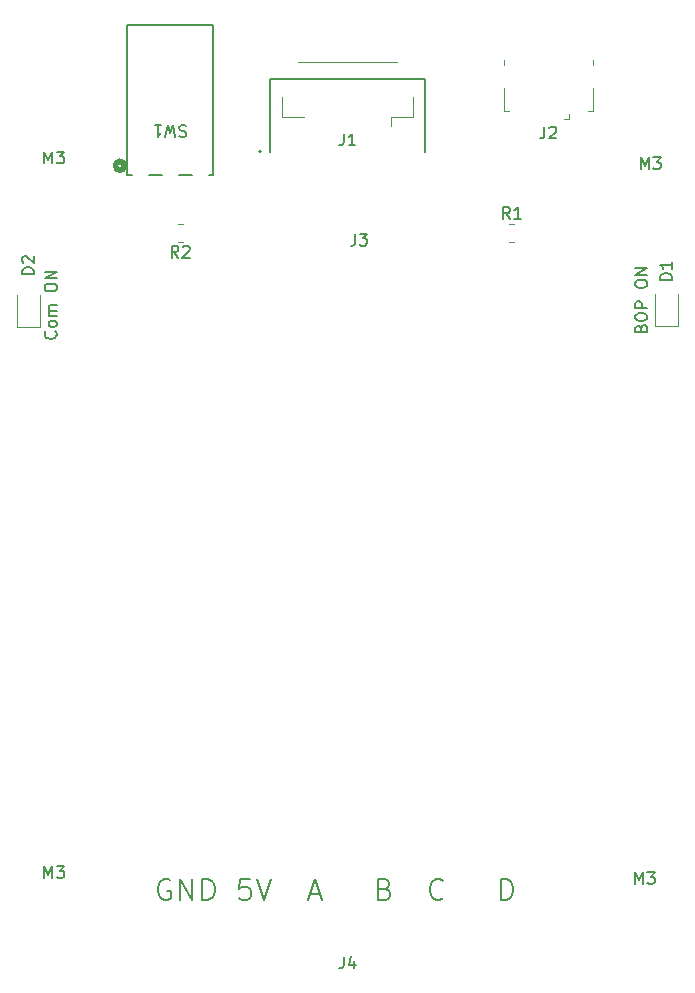
<source format=gbr>
%TF.GenerationSoftware,KiCad,Pcbnew,7.0.7-rc1*%
%TF.CreationDate,2024-03-01T23:28:45-05:00*%
%TF.ProjectId,COMPCBSTATIC,434f4d50-4342-4535-9441-5449432e6b69,rev?*%
%TF.SameCoordinates,Original*%
%TF.FileFunction,Legend,Top*%
%TF.FilePolarity,Positive*%
%FSLAX46Y46*%
G04 Gerber Fmt 4.6, Leading zero omitted, Abs format (unit mm)*
G04 Created by KiCad (PCBNEW 7.0.7-rc1) date 2024-03-01 23:28:45*
%MOMM*%
%LPD*%
G01*
G04 APERTURE LIST*
%ADD10C,0.150000*%
%ADD11C,0.120000*%
%ADD12C,0.127000*%
%ADD13C,0.200000*%
%ADD14C,0.152400*%
%ADD15C,0.508000*%
G04 APERTURE END LIST*
D10*
X76846009Y-80829887D02*
X76893628Y-80687030D01*
X76893628Y-80687030D02*
X76941247Y-80639411D01*
X76941247Y-80639411D02*
X77036485Y-80591792D01*
X77036485Y-80591792D02*
X77179342Y-80591792D01*
X77179342Y-80591792D02*
X77274580Y-80639411D01*
X77274580Y-80639411D02*
X77322200Y-80687030D01*
X77322200Y-80687030D02*
X77369819Y-80782268D01*
X77369819Y-80782268D02*
X77369819Y-81163220D01*
X77369819Y-81163220D02*
X76369819Y-81163220D01*
X76369819Y-81163220D02*
X76369819Y-80829887D01*
X76369819Y-80829887D02*
X76417438Y-80734649D01*
X76417438Y-80734649D02*
X76465057Y-80687030D01*
X76465057Y-80687030D02*
X76560295Y-80639411D01*
X76560295Y-80639411D02*
X76655533Y-80639411D01*
X76655533Y-80639411D02*
X76750771Y-80687030D01*
X76750771Y-80687030D02*
X76798390Y-80734649D01*
X76798390Y-80734649D02*
X76846009Y-80829887D01*
X76846009Y-80829887D02*
X76846009Y-81163220D01*
X76369819Y-79972744D02*
X76369819Y-79782268D01*
X76369819Y-79782268D02*
X76417438Y-79687030D01*
X76417438Y-79687030D02*
X76512676Y-79591792D01*
X76512676Y-79591792D02*
X76703152Y-79544173D01*
X76703152Y-79544173D02*
X77036485Y-79544173D01*
X77036485Y-79544173D02*
X77226961Y-79591792D01*
X77226961Y-79591792D02*
X77322200Y-79687030D01*
X77322200Y-79687030D02*
X77369819Y-79782268D01*
X77369819Y-79782268D02*
X77369819Y-79972744D01*
X77369819Y-79972744D02*
X77322200Y-80067982D01*
X77322200Y-80067982D02*
X77226961Y-80163220D01*
X77226961Y-80163220D02*
X77036485Y-80210839D01*
X77036485Y-80210839D02*
X76703152Y-80210839D01*
X76703152Y-80210839D02*
X76512676Y-80163220D01*
X76512676Y-80163220D02*
X76417438Y-80067982D01*
X76417438Y-80067982D02*
X76369819Y-79972744D01*
X77369819Y-79115601D02*
X76369819Y-79115601D01*
X76369819Y-79115601D02*
X76369819Y-78734649D01*
X76369819Y-78734649D02*
X76417438Y-78639411D01*
X76417438Y-78639411D02*
X76465057Y-78591792D01*
X76465057Y-78591792D02*
X76560295Y-78544173D01*
X76560295Y-78544173D02*
X76703152Y-78544173D01*
X76703152Y-78544173D02*
X76798390Y-78591792D01*
X76798390Y-78591792D02*
X76846009Y-78639411D01*
X76846009Y-78639411D02*
X76893628Y-78734649D01*
X76893628Y-78734649D02*
X76893628Y-79115601D01*
X76369819Y-77163220D02*
X76369819Y-76972744D01*
X76369819Y-76972744D02*
X76417438Y-76877506D01*
X76417438Y-76877506D02*
X76512676Y-76782268D01*
X76512676Y-76782268D02*
X76703152Y-76734649D01*
X76703152Y-76734649D02*
X77036485Y-76734649D01*
X77036485Y-76734649D02*
X77226961Y-76782268D01*
X77226961Y-76782268D02*
X77322200Y-76877506D01*
X77322200Y-76877506D02*
X77369819Y-76972744D01*
X77369819Y-76972744D02*
X77369819Y-77163220D01*
X77369819Y-77163220D02*
X77322200Y-77258458D01*
X77322200Y-77258458D02*
X77226961Y-77353696D01*
X77226961Y-77353696D02*
X77036485Y-77401315D01*
X77036485Y-77401315D02*
X76703152Y-77401315D01*
X76703152Y-77401315D02*
X76512676Y-77353696D01*
X76512676Y-77353696D02*
X76417438Y-77258458D01*
X76417438Y-77258458D02*
X76369819Y-77163220D01*
X77369819Y-76306077D02*
X76369819Y-76306077D01*
X76369819Y-76306077D02*
X77369819Y-75734649D01*
X77369819Y-75734649D02*
X76369819Y-75734649D01*
X26336779Y-66869819D02*
X26336779Y-65869819D01*
X26336779Y-65869819D02*
X26670112Y-66584104D01*
X26670112Y-66584104D02*
X27003445Y-65869819D01*
X27003445Y-65869819D02*
X27003445Y-66869819D01*
X27384398Y-65869819D02*
X28003445Y-65869819D01*
X28003445Y-65869819D02*
X27670112Y-66250771D01*
X27670112Y-66250771D02*
X27812969Y-66250771D01*
X27812969Y-66250771D02*
X27908207Y-66298390D01*
X27908207Y-66298390D02*
X27955826Y-66346009D01*
X27955826Y-66346009D02*
X28003445Y-66441247D01*
X28003445Y-66441247D02*
X28003445Y-66679342D01*
X28003445Y-66679342D02*
X27955826Y-66774580D01*
X27955826Y-66774580D02*
X27908207Y-66822200D01*
X27908207Y-66822200D02*
X27812969Y-66869819D01*
X27812969Y-66869819D02*
X27527255Y-66869819D01*
X27527255Y-66869819D02*
X27432017Y-66822200D01*
X27432017Y-66822200D02*
X27384398Y-66774580D01*
X27274580Y-81091792D02*
X27322200Y-81139411D01*
X27322200Y-81139411D02*
X27369819Y-81282268D01*
X27369819Y-81282268D02*
X27369819Y-81377506D01*
X27369819Y-81377506D02*
X27322200Y-81520363D01*
X27322200Y-81520363D02*
X27226961Y-81615601D01*
X27226961Y-81615601D02*
X27131723Y-81663220D01*
X27131723Y-81663220D02*
X26941247Y-81710839D01*
X26941247Y-81710839D02*
X26798390Y-81710839D01*
X26798390Y-81710839D02*
X26607914Y-81663220D01*
X26607914Y-81663220D02*
X26512676Y-81615601D01*
X26512676Y-81615601D02*
X26417438Y-81520363D01*
X26417438Y-81520363D02*
X26369819Y-81377506D01*
X26369819Y-81377506D02*
X26369819Y-81282268D01*
X26369819Y-81282268D02*
X26417438Y-81139411D01*
X26417438Y-81139411D02*
X26465057Y-81091792D01*
X27369819Y-80520363D02*
X27322200Y-80615601D01*
X27322200Y-80615601D02*
X27274580Y-80663220D01*
X27274580Y-80663220D02*
X27179342Y-80710839D01*
X27179342Y-80710839D02*
X26893628Y-80710839D01*
X26893628Y-80710839D02*
X26798390Y-80663220D01*
X26798390Y-80663220D02*
X26750771Y-80615601D01*
X26750771Y-80615601D02*
X26703152Y-80520363D01*
X26703152Y-80520363D02*
X26703152Y-80377506D01*
X26703152Y-80377506D02*
X26750771Y-80282268D01*
X26750771Y-80282268D02*
X26798390Y-80234649D01*
X26798390Y-80234649D02*
X26893628Y-80187030D01*
X26893628Y-80187030D02*
X27179342Y-80187030D01*
X27179342Y-80187030D02*
X27274580Y-80234649D01*
X27274580Y-80234649D02*
X27322200Y-80282268D01*
X27322200Y-80282268D02*
X27369819Y-80377506D01*
X27369819Y-80377506D02*
X27369819Y-80520363D01*
X27369819Y-79758458D02*
X26703152Y-79758458D01*
X26798390Y-79758458D02*
X26750771Y-79710839D01*
X26750771Y-79710839D02*
X26703152Y-79615601D01*
X26703152Y-79615601D02*
X26703152Y-79472744D01*
X26703152Y-79472744D02*
X26750771Y-79377506D01*
X26750771Y-79377506D02*
X26846009Y-79329887D01*
X26846009Y-79329887D02*
X27369819Y-79329887D01*
X26846009Y-79329887D02*
X26750771Y-79282268D01*
X26750771Y-79282268D02*
X26703152Y-79187030D01*
X26703152Y-79187030D02*
X26703152Y-79044173D01*
X26703152Y-79044173D02*
X26750771Y-78948934D01*
X26750771Y-78948934D02*
X26846009Y-78901315D01*
X26846009Y-78901315D02*
X27369819Y-78901315D01*
X26369819Y-77472744D02*
X26369819Y-77282268D01*
X26369819Y-77282268D02*
X26417438Y-77187030D01*
X26417438Y-77187030D02*
X26512676Y-77091792D01*
X26512676Y-77091792D02*
X26703152Y-77044173D01*
X26703152Y-77044173D02*
X27036485Y-77044173D01*
X27036485Y-77044173D02*
X27226961Y-77091792D01*
X27226961Y-77091792D02*
X27322200Y-77187030D01*
X27322200Y-77187030D02*
X27369819Y-77282268D01*
X27369819Y-77282268D02*
X27369819Y-77472744D01*
X27369819Y-77472744D02*
X27322200Y-77567982D01*
X27322200Y-77567982D02*
X27226961Y-77663220D01*
X27226961Y-77663220D02*
X27036485Y-77710839D01*
X27036485Y-77710839D02*
X26703152Y-77710839D01*
X26703152Y-77710839D02*
X26512676Y-77663220D01*
X26512676Y-77663220D02*
X26417438Y-77567982D01*
X26417438Y-77567982D02*
X26369819Y-77472744D01*
X27369819Y-76615601D02*
X26369819Y-76615601D01*
X26369819Y-76615601D02*
X27369819Y-76044173D01*
X27369819Y-76044173D02*
X26369819Y-76044173D01*
X36970112Y-127557628D02*
X36798684Y-127471914D01*
X36798684Y-127471914D02*
X36541541Y-127471914D01*
X36541541Y-127471914D02*
X36284398Y-127557628D01*
X36284398Y-127557628D02*
X36112969Y-127729057D01*
X36112969Y-127729057D02*
X36027255Y-127900485D01*
X36027255Y-127900485D02*
X35941541Y-128243342D01*
X35941541Y-128243342D02*
X35941541Y-128500485D01*
X35941541Y-128500485D02*
X36027255Y-128843342D01*
X36027255Y-128843342D02*
X36112969Y-129014771D01*
X36112969Y-129014771D02*
X36284398Y-129186200D01*
X36284398Y-129186200D02*
X36541541Y-129271914D01*
X36541541Y-129271914D02*
X36712969Y-129271914D01*
X36712969Y-129271914D02*
X36970112Y-129186200D01*
X36970112Y-129186200D02*
X37055826Y-129100485D01*
X37055826Y-129100485D02*
X37055826Y-128500485D01*
X37055826Y-128500485D02*
X36712969Y-128500485D01*
X37827255Y-129271914D02*
X37827255Y-127471914D01*
X37827255Y-127471914D02*
X38855826Y-129271914D01*
X38855826Y-129271914D02*
X38855826Y-127471914D01*
X39712969Y-129271914D02*
X39712969Y-127471914D01*
X39712969Y-127471914D02*
X40141540Y-127471914D01*
X40141540Y-127471914D02*
X40398683Y-127557628D01*
X40398683Y-127557628D02*
X40570112Y-127729057D01*
X40570112Y-127729057D02*
X40655826Y-127900485D01*
X40655826Y-127900485D02*
X40741540Y-128243342D01*
X40741540Y-128243342D02*
X40741540Y-128500485D01*
X40741540Y-128500485D02*
X40655826Y-128843342D01*
X40655826Y-128843342D02*
X40570112Y-129014771D01*
X40570112Y-129014771D02*
X40398683Y-129186200D01*
X40398683Y-129186200D02*
X40141540Y-129271914D01*
X40141540Y-129271914D02*
X39712969Y-129271914D01*
X43741541Y-127471914D02*
X42884398Y-127471914D01*
X42884398Y-127471914D02*
X42798684Y-128329057D01*
X42798684Y-128329057D02*
X42884398Y-128243342D01*
X42884398Y-128243342D02*
X43055827Y-128157628D01*
X43055827Y-128157628D02*
X43484398Y-128157628D01*
X43484398Y-128157628D02*
X43655827Y-128243342D01*
X43655827Y-128243342D02*
X43741541Y-128329057D01*
X43741541Y-128329057D02*
X43827255Y-128500485D01*
X43827255Y-128500485D02*
X43827255Y-128929057D01*
X43827255Y-128929057D02*
X43741541Y-129100485D01*
X43741541Y-129100485D02*
X43655827Y-129186200D01*
X43655827Y-129186200D02*
X43484398Y-129271914D01*
X43484398Y-129271914D02*
X43055827Y-129271914D01*
X43055827Y-129271914D02*
X42884398Y-129186200D01*
X42884398Y-129186200D02*
X42798684Y-129100485D01*
X44341541Y-127471914D02*
X44941541Y-129271914D01*
X44941541Y-129271914D02*
X45541541Y-127471914D01*
X48798685Y-128757628D02*
X49655828Y-128757628D01*
X48627256Y-129271914D02*
X49227256Y-127471914D01*
X49227256Y-127471914D02*
X49827256Y-129271914D01*
X55141543Y-128329057D02*
X55398686Y-128414771D01*
X55398686Y-128414771D02*
X55484400Y-128500485D01*
X55484400Y-128500485D02*
X55570114Y-128671914D01*
X55570114Y-128671914D02*
X55570114Y-128929057D01*
X55570114Y-128929057D02*
X55484400Y-129100485D01*
X55484400Y-129100485D02*
X55398686Y-129186200D01*
X55398686Y-129186200D02*
X55227257Y-129271914D01*
X55227257Y-129271914D02*
X54541543Y-129271914D01*
X54541543Y-129271914D02*
X54541543Y-127471914D01*
X54541543Y-127471914D02*
X55141543Y-127471914D01*
X55141543Y-127471914D02*
X55312972Y-127557628D01*
X55312972Y-127557628D02*
X55398686Y-127643342D01*
X55398686Y-127643342D02*
X55484400Y-127814771D01*
X55484400Y-127814771D02*
X55484400Y-127986200D01*
X55484400Y-127986200D02*
X55398686Y-128157628D01*
X55398686Y-128157628D02*
X55312972Y-128243342D01*
X55312972Y-128243342D02*
X55141543Y-128329057D01*
X55141543Y-128329057D02*
X54541543Y-128329057D01*
X60112972Y-129100485D02*
X60027258Y-129186200D01*
X60027258Y-129186200D02*
X59770115Y-129271914D01*
X59770115Y-129271914D02*
X59598687Y-129271914D01*
X59598687Y-129271914D02*
X59341544Y-129186200D01*
X59341544Y-129186200D02*
X59170115Y-129014771D01*
X59170115Y-129014771D02*
X59084401Y-128843342D01*
X59084401Y-128843342D02*
X58998687Y-128500485D01*
X58998687Y-128500485D02*
X58998687Y-128243342D01*
X58998687Y-128243342D02*
X59084401Y-127900485D01*
X59084401Y-127900485D02*
X59170115Y-127729057D01*
X59170115Y-127729057D02*
X59341544Y-127557628D01*
X59341544Y-127557628D02*
X59598687Y-127471914D01*
X59598687Y-127471914D02*
X59770115Y-127471914D01*
X59770115Y-127471914D02*
X60027258Y-127557628D01*
X60027258Y-127557628D02*
X60112972Y-127643342D01*
X64998688Y-129271914D02*
X64998688Y-127471914D01*
X64998688Y-127471914D02*
X65427259Y-127471914D01*
X65427259Y-127471914D02*
X65684402Y-127557628D01*
X65684402Y-127557628D02*
X65855831Y-127729057D01*
X65855831Y-127729057D02*
X65941545Y-127900485D01*
X65941545Y-127900485D02*
X66027259Y-128243342D01*
X66027259Y-128243342D02*
X66027259Y-128500485D01*
X66027259Y-128500485D02*
X65941545Y-128843342D01*
X65941545Y-128843342D02*
X65855831Y-129014771D01*
X65855831Y-129014771D02*
X65684402Y-129186200D01*
X65684402Y-129186200D02*
X65427259Y-129271914D01*
X65427259Y-129271914D02*
X64998688Y-129271914D01*
X76836779Y-67369819D02*
X76836779Y-66369819D01*
X76836779Y-66369819D02*
X77170112Y-67084104D01*
X77170112Y-67084104D02*
X77503445Y-66369819D01*
X77503445Y-66369819D02*
X77503445Y-67369819D01*
X77884398Y-66369819D02*
X78503445Y-66369819D01*
X78503445Y-66369819D02*
X78170112Y-66750771D01*
X78170112Y-66750771D02*
X78312969Y-66750771D01*
X78312969Y-66750771D02*
X78408207Y-66798390D01*
X78408207Y-66798390D02*
X78455826Y-66846009D01*
X78455826Y-66846009D02*
X78503445Y-66941247D01*
X78503445Y-66941247D02*
X78503445Y-67179342D01*
X78503445Y-67179342D02*
X78455826Y-67274580D01*
X78455826Y-67274580D02*
X78408207Y-67322200D01*
X78408207Y-67322200D02*
X78312969Y-67369819D01*
X78312969Y-67369819D02*
X78027255Y-67369819D01*
X78027255Y-67369819D02*
X77932017Y-67322200D01*
X77932017Y-67322200D02*
X77884398Y-67274580D01*
X26336779Y-127369819D02*
X26336779Y-126369819D01*
X26336779Y-126369819D02*
X26670112Y-127084104D01*
X26670112Y-127084104D02*
X27003445Y-126369819D01*
X27003445Y-126369819D02*
X27003445Y-127369819D01*
X27384398Y-126369819D02*
X28003445Y-126369819D01*
X28003445Y-126369819D02*
X27670112Y-126750771D01*
X27670112Y-126750771D02*
X27812969Y-126750771D01*
X27812969Y-126750771D02*
X27908207Y-126798390D01*
X27908207Y-126798390D02*
X27955826Y-126846009D01*
X27955826Y-126846009D02*
X28003445Y-126941247D01*
X28003445Y-126941247D02*
X28003445Y-127179342D01*
X28003445Y-127179342D02*
X27955826Y-127274580D01*
X27955826Y-127274580D02*
X27908207Y-127322200D01*
X27908207Y-127322200D02*
X27812969Y-127369819D01*
X27812969Y-127369819D02*
X27527255Y-127369819D01*
X27527255Y-127369819D02*
X27432017Y-127322200D01*
X27432017Y-127322200D02*
X27384398Y-127274580D01*
X76336779Y-127869819D02*
X76336779Y-126869819D01*
X76336779Y-126869819D02*
X76670112Y-127584104D01*
X76670112Y-127584104D02*
X77003445Y-126869819D01*
X77003445Y-126869819D02*
X77003445Y-127869819D01*
X77384398Y-126869819D02*
X78003445Y-126869819D01*
X78003445Y-126869819D02*
X77670112Y-127250771D01*
X77670112Y-127250771D02*
X77812969Y-127250771D01*
X77812969Y-127250771D02*
X77908207Y-127298390D01*
X77908207Y-127298390D02*
X77955826Y-127346009D01*
X77955826Y-127346009D02*
X78003445Y-127441247D01*
X78003445Y-127441247D02*
X78003445Y-127679342D01*
X78003445Y-127679342D02*
X77955826Y-127774580D01*
X77955826Y-127774580D02*
X77908207Y-127822200D01*
X77908207Y-127822200D02*
X77812969Y-127869819D01*
X77812969Y-127869819D02*
X77527255Y-127869819D01*
X77527255Y-127869819D02*
X77432017Y-127822200D01*
X77432017Y-127822200D02*
X77384398Y-127774580D01*
X68666666Y-63754819D02*
X68666666Y-64469104D01*
X68666666Y-64469104D02*
X68619047Y-64611961D01*
X68619047Y-64611961D02*
X68523809Y-64707200D01*
X68523809Y-64707200D02*
X68380952Y-64754819D01*
X68380952Y-64754819D02*
X68285714Y-64754819D01*
X69095238Y-63850057D02*
X69142857Y-63802438D01*
X69142857Y-63802438D02*
X69238095Y-63754819D01*
X69238095Y-63754819D02*
X69476190Y-63754819D01*
X69476190Y-63754819D02*
X69571428Y-63802438D01*
X69571428Y-63802438D02*
X69619047Y-63850057D01*
X69619047Y-63850057D02*
X69666666Y-63945295D01*
X69666666Y-63945295D02*
X69666666Y-64040533D01*
X69666666Y-64040533D02*
X69619047Y-64183390D01*
X69619047Y-64183390D02*
X69047619Y-64754819D01*
X69047619Y-64754819D02*
X69666666Y-64754819D01*
X79454819Y-76738094D02*
X78454819Y-76738094D01*
X78454819Y-76738094D02*
X78454819Y-76499999D01*
X78454819Y-76499999D02*
X78502438Y-76357142D01*
X78502438Y-76357142D02*
X78597676Y-76261904D01*
X78597676Y-76261904D02*
X78692914Y-76214285D01*
X78692914Y-76214285D02*
X78883390Y-76166666D01*
X78883390Y-76166666D02*
X79026247Y-76166666D01*
X79026247Y-76166666D02*
X79216723Y-76214285D01*
X79216723Y-76214285D02*
X79311961Y-76261904D01*
X79311961Y-76261904D02*
X79407200Y-76357142D01*
X79407200Y-76357142D02*
X79454819Y-76499999D01*
X79454819Y-76499999D02*
X79454819Y-76738094D01*
X79454819Y-75214285D02*
X79454819Y-75785713D01*
X79454819Y-75499999D02*
X78454819Y-75499999D01*
X78454819Y-75499999D02*
X78597676Y-75595237D01*
X78597676Y-75595237D02*
X78692914Y-75690475D01*
X78692914Y-75690475D02*
X78740533Y-75785713D01*
X51666666Y-134034819D02*
X51666666Y-134749104D01*
X51666666Y-134749104D02*
X51619047Y-134891961D01*
X51619047Y-134891961D02*
X51523809Y-134987200D01*
X51523809Y-134987200D02*
X51380952Y-135034819D01*
X51380952Y-135034819D02*
X51285714Y-135034819D01*
X52571428Y-134368152D02*
X52571428Y-135034819D01*
X52333333Y-133987200D02*
X52095238Y-134701485D01*
X52095238Y-134701485D02*
X52714285Y-134701485D01*
X51666666Y-64354819D02*
X51666666Y-65069104D01*
X51666666Y-65069104D02*
X51619047Y-65211961D01*
X51619047Y-65211961D02*
X51523809Y-65307200D01*
X51523809Y-65307200D02*
X51380952Y-65354819D01*
X51380952Y-65354819D02*
X51285714Y-65354819D01*
X52666666Y-65354819D02*
X52095238Y-65354819D01*
X52380952Y-65354819D02*
X52380952Y-64354819D01*
X52380952Y-64354819D02*
X52285714Y-64497676D01*
X52285714Y-64497676D02*
X52190476Y-64592914D01*
X52190476Y-64592914D02*
X52095238Y-64640533D01*
X37683333Y-74854819D02*
X37350000Y-74378628D01*
X37111905Y-74854819D02*
X37111905Y-73854819D01*
X37111905Y-73854819D02*
X37492857Y-73854819D01*
X37492857Y-73854819D02*
X37588095Y-73902438D01*
X37588095Y-73902438D02*
X37635714Y-73950057D01*
X37635714Y-73950057D02*
X37683333Y-74045295D01*
X37683333Y-74045295D02*
X37683333Y-74188152D01*
X37683333Y-74188152D02*
X37635714Y-74283390D01*
X37635714Y-74283390D02*
X37588095Y-74331009D01*
X37588095Y-74331009D02*
X37492857Y-74378628D01*
X37492857Y-74378628D02*
X37111905Y-74378628D01*
X38064286Y-73950057D02*
X38111905Y-73902438D01*
X38111905Y-73902438D02*
X38207143Y-73854819D01*
X38207143Y-73854819D02*
X38445238Y-73854819D01*
X38445238Y-73854819D02*
X38540476Y-73902438D01*
X38540476Y-73902438D02*
X38588095Y-73950057D01*
X38588095Y-73950057D02*
X38635714Y-74045295D01*
X38635714Y-74045295D02*
X38635714Y-74140533D01*
X38635714Y-74140533D02*
X38588095Y-74283390D01*
X38588095Y-74283390D02*
X38016667Y-74854819D01*
X38016667Y-74854819D02*
X38635714Y-74854819D01*
X25454819Y-76238094D02*
X24454819Y-76238094D01*
X24454819Y-76238094D02*
X24454819Y-75999999D01*
X24454819Y-75999999D02*
X24502438Y-75857142D01*
X24502438Y-75857142D02*
X24597676Y-75761904D01*
X24597676Y-75761904D02*
X24692914Y-75714285D01*
X24692914Y-75714285D02*
X24883390Y-75666666D01*
X24883390Y-75666666D02*
X25026247Y-75666666D01*
X25026247Y-75666666D02*
X25216723Y-75714285D01*
X25216723Y-75714285D02*
X25311961Y-75761904D01*
X25311961Y-75761904D02*
X25407200Y-75857142D01*
X25407200Y-75857142D02*
X25454819Y-75999999D01*
X25454819Y-75999999D02*
X25454819Y-76238094D01*
X24550057Y-75285713D02*
X24502438Y-75238094D01*
X24502438Y-75238094D02*
X24454819Y-75142856D01*
X24454819Y-75142856D02*
X24454819Y-74904761D01*
X24454819Y-74904761D02*
X24502438Y-74809523D01*
X24502438Y-74809523D02*
X24550057Y-74761904D01*
X24550057Y-74761904D02*
X24645295Y-74714285D01*
X24645295Y-74714285D02*
X24740533Y-74714285D01*
X24740533Y-74714285D02*
X24883390Y-74761904D01*
X24883390Y-74761904D02*
X25454819Y-75333332D01*
X25454819Y-75333332D02*
X25454819Y-74714285D01*
X52652416Y-72824819D02*
X52652416Y-73539104D01*
X52652416Y-73539104D02*
X52604797Y-73681961D01*
X52604797Y-73681961D02*
X52509559Y-73777200D01*
X52509559Y-73777200D02*
X52366702Y-73824819D01*
X52366702Y-73824819D02*
X52271464Y-73824819D01*
X53033369Y-72824819D02*
X53652416Y-72824819D01*
X53652416Y-72824819D02*
X53319083Y-73205771D01*
X53319083Y-73205771D02*
X53461940Y-73205771D01*
X53461940Y-73205771D02*
X53557178Y-73253390D01*
X53557178Y-73253390D02*
X53604797Y-73301009D01*
X53604797Y-73301009D02*
X53652416Y-73396247D01*
X53652416Y-73396247D02*
X53652416Y-73634342D01*
X53652416Y-73634342D02*
X53604797Y-73729580D01*
X53604797Y-73729580D02*
X53557178Y-73777200D01*
X53557178Y-73777200D02*
X53461940Y-73824819D01*
X53461940Y-73824819D02*
X53176226Y-73824819D01*
X53176226Y-73824819D02*
X53080988Y-73777200D01*
X53080988Y-73777200D02*
X53033369Y-73729580D01*
X38333332Y-63670800D02*
X38190475Y-63623180D01*
X38190475Y-63623180D02*
X37952380Y-63623180D01*
X37952380Y-63623180D02*
X37857142Y-63670800D01*
X37857142Y-63670800D02*
X37809523Y-63718419D01*
X37809523Y-63718419D02*
X37761904Y-63813657D01*
X37761904Y-63813657D02*
X37761904Y-63908895D01*
X37761904Y-63908895D02*
X37809523Y-64004133D01*
X37809523Y-64004133D02*
X37857142Y-64051752D01*
X37857142Y-64051752D02*
X37952380Y-64099371D01*
X37952380Y-64099371D02*
X38142856Y-64146990D01*
X38142856Y-64146990D02*
X38238094Y-64194609D01*
X38238094Y-64194609D02*
X38285713Y-64242228D01*
X38285713Y-64242228D02*
X38333332Y-64337466D01*
X38333332Y-64337466D02*
X38333332Y-64432704D01*
X38333332Y-64432704D02*
X38285713Y-64527942D01*
X38285713Y-64527942D02*
X38238094Y-64575561D01*
X38238094Y-64575561D02*
X38142856Y-64623180D01*
X38142856Y-64623180D02*
X37904761Y-64623180D01*
X37904761Y-64623180D02*
X37761904Y-64575561D01*
X37428570Y-64623180D02*
X37190475Y-63623180D01*
X37190475Y-63623180D02*
X36999999Y-64337466D01*
X36999999Y-64337466D02*
X36809523Y-63623180D01*
X36809523Y-63623180D02*
X36571428Y-64623180D01*
X35666666Y-63623180D02*
X36238094Y-63623180D01*
X35952380Y-63623180D02*
X35952380Y-64623180D01*
X35952380Y-64623180D02*
X36047618Y-64480323D01*
X36047618Y-64480323D02*
X36142856Y-64385085D01*
X36142856Y-64385085D02*
X36238094Y-64337466D01*
X65733333Y-71554819D02*
X65400000Y-71078628D01*
X65161905Y-71554819D02*
X65161905Y-70554819D01*
X65161905Y-70554819D02*
X65542857Y-70554819D01*
X65542857Y-70554819D02*
X65638095Y-70602438D01*
X65638095Y-70602438D02*
X65685714Y-70650057D01*
X65685714Y-70650057D02*
X65733333Y-70745295D01*
X65733333Y-70745295D02*
X65733333Y-70888152D01*
X65733333Y-70888152D02*
X65685714Y-70983390D01*
X65685714Y-70983390D02*
X65638095Y-71031009D01*
X65638095Y-71031009D02*
X65542857Y-71078628D01*
X65542857Y-71078628D02*
X65161905Y-71078628D01*
X66685714Y-71554819D02*
X66114286Y-71554819D01*
X66400000Y-71554819D02*
X66400000Y-70554819D01*
X66400000Y-70554819D02*
X66304762Y-70697676D01*
X66304762Y-70697676D02*
X66209524Y-70792914D01*
X66209524Y-70792914D02*
X66114286Y-70840533D01*
D11*
%TO.C,J2*%
X72760000Y-62460000D02*
X72340000Y-62460000D01*
X72760000Y-60480000D02*
X72760000Y-62460000D01*
X72760000Y-58110000D02*
X72760000Y-58510000D01*
X70760000Y-62690000D02*
X70760000Y-63140000D01*
X70310000Y-63140000D02*
X70760000Y-63140000D01*
X65240000Y-62460000D02*
X65660000Y-62460000D01*
X65240000Y-60480000D02*
X65240000Y-62460000D01*
X65240000Y-58510000D02*
X65240000Y-58110000D01*
%TO.C,D1*%
X78040000Y-80622500D02*
X79960000Y-80622500D01*
X79960000Y-80622500D02*
X79960000Y-77937500D01*
X78040000Y-77937500D02*
X78040000Y-80622500D01*
%TO.C,J1*%
X57535000Y-62910000D02*
X55685000Y-62910000D01*
X57535000Y-61260000D02*
X57535000Y-62910000D01*
X56215000Y-58290000D02*
X47785000Y-58290000D01*
X55685000Y-62910000D02*
X55685000Y-63700000D01*
X46465000Y-62910000D02*
X48315000Y-62910000D01*
X46465000Y-61260000D02*
X46465000Y-62910000D01*
%TO.C,R2*%
X38077064Y-73485000D02*
X37622936Y-73485000D01*
X38077064Y-72015000D02*
X37622936Y-72015000D01*
%TO.C,D2*%
X24040000Y-80685000D02*
X25960000Y-80685000D01*
X25960000Y-80685000D02*
X25960000Y-78000000D01*
X24040000Y-78000000D02*
X24040000Y-80685000D01*
D12*
%TO.C,J3*%
X58600000Y-65940000D02*
X58600000Y-59740000D01*
X58600000Y-59740000D02*
X45400000Y-59740000D01*
X45400000Y-59740000D02*
X45400000Y-65940000D01*
D13*
X44685400Y-65874800D02*
G75*
G03*
X44685400Y-65874800I-100000J0D01*
G01*
D14*
%TO.C,SW1*%
X40632200Y-67840000D02*
X40632200Y-55140000D01*
X40632200Y-55140000D02*
X33367800Y-55140000D01*
X40253740Y-67840000D02*
X40632200Y-67840000D01*
X37713740Y-67840000D02*
X38826260Y-67840000D01*
X35173740Y-67840000D02*
X36286260Y-67840000D01*
X33367800Y-67840000D02*
X33746260Y-67840000D01*
X33367800Y-55140000D02*
X33367800Y-67840000D01*
D15*
X33113800Y-67078000D02*
G75*
G03*
X33113800Y-67078000I-381000J0D01*
G01*
D11*
%TO.C,R1*%
X65672936Y-72015000D02*
X66127064Y-72015000D01*
X65672936Y-73485000D02*
X66127064Y-73485000D01*
%TD*%
M02*

</source>
